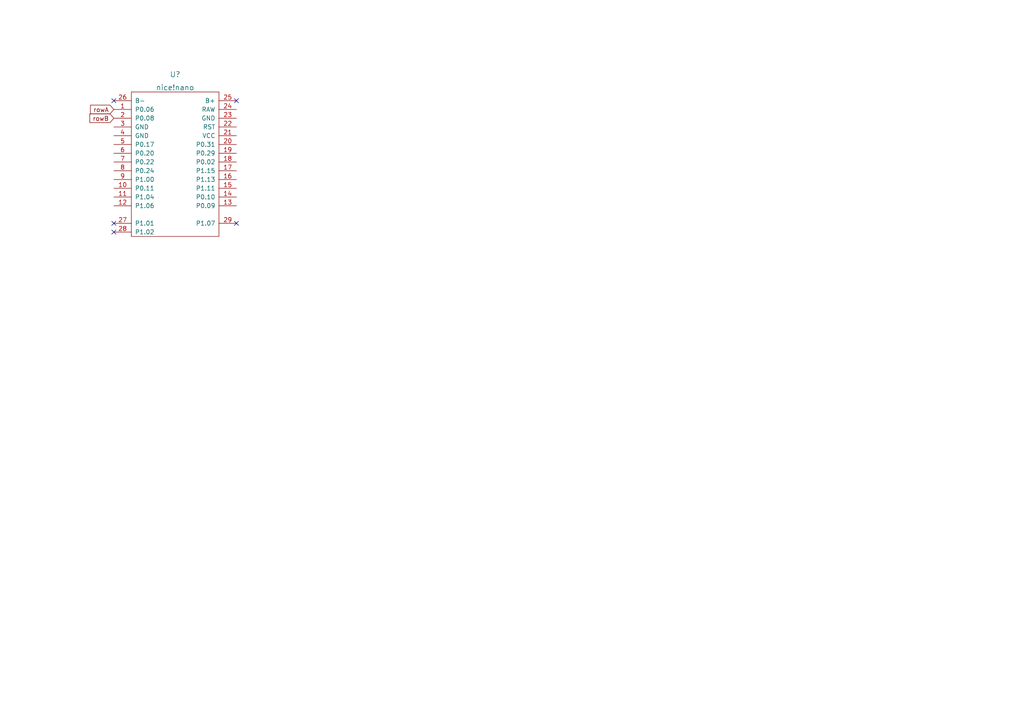
<source format=kicad_sch>
(kicad_sch (version 20211123) (generator eeschema)
  (paper "A4")
  (lib_symbols
    (symbol "Sorts:nice!nano" (pin_names (offset 1.016))
      (property "Reference" "U" (at 0 0 0))
      (property "Value" "nice!nano" (at 0 -24.13 0))
      (symbol "nice!nano_0_1"
        (rectangle (start -12.7 -22.86) (end 12.7 19.05))
      )
      (symbol "nice!nano_1_1"
        (pin input line (at -17.78 13.97 0) (length 5.08) (name "P0.06") (number "1"))
        (pin input line (at -17.78 -8.89 0) (length 5.08) (name "P0.11") (number "10"))
        (pin input line (at -17.78 -11.43 0) (length 5.08) (name "P1.04") (number "11"))
        (pin input line (at -17.78 -13.97 0) (length 5.08) (name "P1.06") (number "12"))
        (pin input line (at 17.78 -13.97 180) (length 5.08) (name "P0.09") (number "13"))
        (pin input line (at 17.78 -11.43 180) (length 5.08) (name "P0.10") (number "14"))
        (pin input line (at 17.78 -8.89 180) (length 5.08) (name "P1.11") (number "15"))
        (pin input line (at 17.78 -6.35 180) (length 5.08) (name "P1.13") (number "16"))
        (pin input line (at 17.78 -3.81 180) (length 5.08) (name "P1.15") (number "17"))
        (pin input line (at 17.78 -1.27 180) (length 5.08) (name "P0.02") (number "18"))
        (pin input line (at 17.78 1.27 180) (length 5.08) (name "P0.29") (number "19"))
        (pin input line (at -17.78 11.43 0) (length 5.08) (name "P0.08") (number "2"))
        (pin input line (at 17.78 3.81 180) (length 5.08) (name "P0.31") (number "20"))
        (pin input line (at 17.78 6.35 180) (length 5.08) (name "VCC") (number "21"))
        (pin input line (at 17.78 8.89 180) (length 5.08) (name "RST") (number "22"))
        (pin input line (at 17.78 11.43 180) (length 5.08) (name "GND") (number "23"))
        (pin input line (at 17.78 13.97 180) (length 5.08) (name "RAW") (number "24"))
        (pin input line (at 17.78 16.51 180) (length 5.08) (name "B+") (number "25"))
        (pin input line (at -17.78 16.51 0) (length 5.08) (name "B-") (number "26"))
        (pin input line (at -17.78 -19.05 0) (length 5.08) (name "P1.01") (number "27"))
        (pin input line (at -17.78 -21.59 0) (length 5.08) (name "P1.02") (number "28"))
        (pin input line (at 17.78 -19.05 180) (length 5.08) (name "P1.07") (number "29"))
        (pin input line (at -17.78 8.89 0) (length 5.08) (name "GND") (number "3"))
        (pin input line (at -17.78 6.35 0) (length 5.08) (name "GND") (number "4"))
        (pin input line (at -17.78 3.81 0) (length 5.08) (name "P0.17") (number "5"))
        (pin input line (at -17.78 1.27 0) (length 5.08) (name "P0.20") (number "6"))
        (pin input line (at -17.78 -1.27 0) (length 5.08) (name "P0.22") (number "7"))
        (pin input line (at -17.78 -3.81 0) (length 5.08) (name "P0.24") (number "8"))
        (pin input line (at -17.78 -6.35 0) (length 5.08) (name "P1.00") (number "9"))
      )
    )
  )
  (no_connect (at 33.02 29.21))
  (no_connect (at 68.58 29.21))
  (no_connect (at 33.02 64.77))
  (no_connect (at 33.02 67.31))
  (no_connect (at 68.58 64.77))
  (global_label "rowA" (shape input) (at 33.02 31.75 180) (property "Intersheet References" "${INTERSHEET_REFS}" (effects hide)))
  (global_label "rowB" (shape input) (at 33.02 34.29 180) (property "Intersheet References" "${INTERSHEET_REFS}" (effects hide)))
  (symbol (lib_id "Sorts:nice!nano") (at 50.8 45.72 0) (unit 1)
    (property "Reference" "U?" (at 50.8 21.59 0) (effects (font (size 1.524 1.524))))
    (property "Value" "nice!nano" (at 50.8 25.4 0) (effects (font (size 1.524 1.524))))
  )
)
</source>
